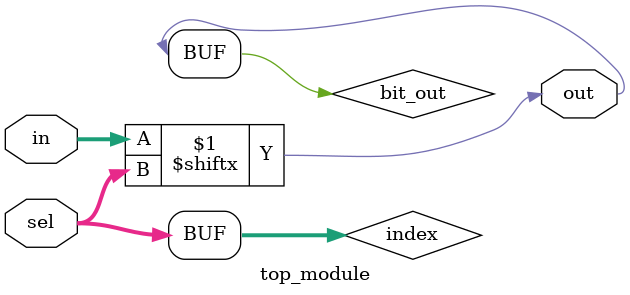
<source format=sv>
module top_module (
	input [255:0] in,
	input [7:0] sel,
	output  out
);

  wire [7:0] index;
  wire bit_out;
  
  /*Indexing the input vector*/
  assign index = sel;
  

  /*Extracting the corresponding bit from the input vector*/
  assign bit_out = in[index];

  /*Assigning the output to the extracted bit*/
  assign out = bit_out;

endmodule

</source>
